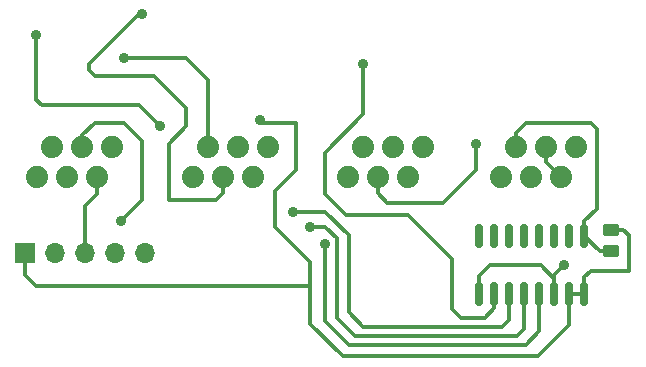
<source format=gtl>
G04 #@! TF.GenerationSoftware,KiCad,Pcbnew,7.0.10-7.0.10~ubuntu22.04.1*
G04 #@! TF.CreationDate,2024-01-29T17:38:46+05:30*
G04 #@! TF.ProjectId,bir-weather-hat,6269722d-7765-4617-9468-65722d686174,rev?*
G04 #@! TF.SameCoordinates,Original*
G04 #@! TF.FileFunction,Copper,L1,Top*
G04 #@! TF.FilePolarity,Positive*
%FSLAX46Y46*%
G04 Gerber Fmt 4.6, Leading zero omitted, Abs format (unit mm)*
G04 Created by KiCad (PCBNEW 7.0.10-7.0.10~ubuntu22.04.1) date 2024-01-29 17:38:46*
%MOMM*%
%LPD*%
G01*
G04 APERTURE LIST*
G04 Aperture macros list*
%AMRoundRect*
0 Rectangle with rounded corners*
0 $1 Rounding radius*
0 $2 $3 $4 $5 $6 $7 $8 $9 X,Y pos of 4 corners*
0 Add a 4 corners polygon primitive as box body*
4,1,4,$2,$3,$4,$5,$6,$7,$8,$9,$2,$3,0*
0 Add four circle primitives for the rounded corners*
1,1,$1+$1,$2,$3*
1,1,$1+$1,$4,$5*
1,1,$1+$1,$6,$7*
1,1,$1+$1,$8,$9*
0 Add four rect primitives between the rounded corners*
20,1,$1+$1,$2,$3,$4,$5,0*
20,1,$1+$1,$4,$5,$6,$7,0*
20,1,$1+$1,$6,$7,$8,$9,0*
20,1,$1+$1,$8,$9,$2,$3,0*%
G04 Aperture macros list end*
G04 #@! TA.AperFunction,ComponentPad*
%ADD10R,1.700000X1.700000*%
G04 #@! TD*
G04 #@! TA.AperFunction,ComponentPad*
%ADD11O,1.700000X1.700000*%
G04 #@! TD*
G04 #@! TA.AperFunction,ComponentPad*
%ADD12C,1.879600*%
G04 #@! TD*
G04 #@! TA.AperFunction,SMDPad,CuDef*
%ADD13RoundRect,0.150000X-0.150000X0.825000X-0.150000X-0.825000X0.150000X-0.825000X0.150000X0.825000X0*%
G04 #@! TD*
G04 #@! TA.AperFunction,SMDPad,CuDef*
%ADD14RoundRect,0.250000X-0.450000X0.262500X-0.450000X-0.262500X0.450000X-0.262500X0.450000X0.262500X0*%
G04 #@! TD*
G04 #@! TA.AperFunction,ViaPad*
%ADD15C,0.900000*%
G04 #@! TD*
G04 #@! TA.AperFunction,Conductor*
%ADD16C,0.300000*%
G04 #@! TD*
G04 APERTURE END LIST*
D10*
X108630000Y-64500000D03*
D11*
X111170000Y-64500000D03*
X113710000Y-64500000D03*
X116250000Y-64500000D03*
X118790000Y-64500000D03*
D12*
X142250000Y-55500000D03*
X140980000Y-58040000D03*
X139710000Y-55500000D03*
X138440000Y-58040000D03*
X137170000Y-55500000D03*
X135900000Y-58040000D03*
X155250000Y-55510000D03*
X153980000Y-58050000D03*
X152710000Y-55510000D03*
X151440000Y-58050000D03*
X150170000Y-55510000D03*
X148900000Y-58050000D03*
X129130000Y-55510000D03*
X127860000Y-58050000D03*
X126590000Y-55510000D03*
X125320000Y-58050000D03*
X124050000Y-55510000D03*
X122780000Y-58050000D03*
X109650000Y-58040000D03*
X110920000Y-55500000D03*
X112190000Y-58040000D03*
X113460000Y-55500000D03*
X114730000Y-58040000D03*
X116000000Y-55500000D03*
D13*
X155945000Y-67975000D03*
X154675000Y-67975000D03*
X153405000Y-67975000D03*
X152135000Y-67975000D03*
X150865000Y-67975000D03*
X149595000Y-67975000D03*
X148325000Y-67975000D03*
X147055000Y-67975000D03*
X147055000Y-63025000D03*
X148325000Y-63025000D03*
X149595000Y-63025000D03*
X150865000Y-63025000D03*
X152135000Y-63025000D03*
X153405000Y-63025000D03*
X154675000Y-63025000D03*
X155945000Y-63025000D03*
D14*
X158250000Y-62500000D03*
X158250000Y-64325000D03*
D15*
X118500000Y-44250000D03*
X117000000Y-48000000D03*
X120000000Y-53750000D03*
X109500000Y-46000000D03*
X146750000Y-55250000D03*
X131250000Y-61000000D03*
X132750000Y-62250000D03*
X134000000Y-63750000D03*
X137250000Y-48500000D03*
X154250000Y-65500000D03*
X116750000Y-61750000D03*
X128500000Y-53250000D03*
D16*
X122250000Y-48000000D02*
X124050000Y-49800000D01*
X124050000Y-49800000D02*
X124050000Y-55510000D01*
X117000000Y-48000000D02*
X122250000Y-48000000D01*
X125320000Y-58050000D02*
X125320000Y-59430000D01*
X125320000Y-59430000D02*
X124750000Y-60000000D01*
X124750000Y-60000000D02*
X120750000Y-60000000D01*
X120750000Y-60000000D02*
X120750000Y-55250000D01*
X114500000Y-49500000D02*
X114000000Y-49000000D01*
X120750000Y-55250000D02*
X122250000Y-53750000D01*
X122250000Y-53750000D02*
X122250000Y-52250000D01*
X122250000Y-52250000D02*
X119500000Y-49500000D01*
X119500000Y-49500000D02*
X114500000Y-49500000D01*
X114000000Y-49000000D02*
X114000000Y-48500000D01*
X114000000Y-48500000D02*
X118250000Y-44250000D01*
X118250000Y-44250000D02*
X118500000Y-44250000D01*
X120000000Y-53750000D02*
X118250000Y-52000000D01*
X118250000Y-52000000D02*
X110000000Y-52000000D01*
X110000000Y-52000000D02*
X109500000Y-51500000D01*
X109500000Y-51500000D02*
X109500000Y-46000000D01*
X108630000Y-66380000D02*
X109500000Y-67250000D01*
X108630000Y-64500000D02*
X108630000Y-66380000D01*
X132750000Y-70500000D02*
X132750000Y-67250000D01*
X132750000Y-67250000D02*
X132750000Y-65250000D01*
X109500000Y-67250000D02*
X132750000Y-67250000D01*
X154675000Y-67975000D02*
X154675000Y-70575000D01*
X129750000Y-62250000D02*
X129750000Y-59250000D01*
X154675000Y-70575000D02*
X152000000Y-73250000D01*
X152000000Y-73250000D02*
X135500000Y-73250000D01*
X135500000Y-73250000D02*
X132750000Y-70500000D01*
X129750000Y-59250000D02*
X131500000Y-57500000D01*
X131500000Y-53500000D02*
X128750000Y-53500000D01*
X132750000Y-65250000D02*
X129750000Y-62250000D01*
X131500000Y-57500000D02*
X131500000Y-53500000D01*
X128750000Y-53500000D02*
X128500000Y-53250000D01*
X146750000Y-57500000D02*
X146750000Y-55250000D01*
X146687500Y-57562500D02*
X146750000Y-57500000D01*
X138440000Y-58040000D02*
X138440000Y-59440000D01*
X138440000Y-59440000D02*
X139250000Y-60250000D01*
X139250000Y-60250000D02*
X144000000Y-60250000D01*
X144000000Y-60250000D02*
X146687500Y-57562500D01*
X131250000Y-61000000D02*
X134000000Y-61000000D01*
X134000000Y-61000000D02*
X136000000Y-63000000D01*
X136000000Y-63000000D02*
X136000000Y-69500000D01*
X136000000Y-69500000D02*
X137250000Y-70750000D01*
X149595000Y-70155000D02*
X149595000Y-67975000D01*
X137250000Y-70750000D02*
X149000000Y-70750000D01*
X149000000Y-70750000D02*
X149595000Y-70155000D01*
X132750000Y-62250000D02*
X134000000Y-62250000D01*
X136500000Y-71500000D02*
X150250000Y-71500000D01*
X134000000Y-62250000D02*
X135000000Y-63250000D01*
X150250000Y-71500000D02*
X150865000Y-70885000D01*
X135000000Y-63250000D02*
X135000000Y-70000000D01*
X135000000Y-70000000D02*
X136500000Y-71500000D01*
X150865000Y-70885000D02*
X150865000Y-67975000D01*
X136000000Y-72250000D02*
X151000000Y-72250000D01*
X134000000Y-63750000D02*
X134000000Y-70250000D01*
X134000000Y-70250000D02*
X136000000Y-72250000D01*
X151000000Y-72250000D02*
X152135000Y-71115000D01*
X152135000Y-71115000D02*
X152135000Y-67975000D01*
X137250000Y-48500000D02*
X137250000Y-52750000D01*
X135750000Y-61250000D02*
X141000000Y-61250000D01*
X148325000Y-69175000D02*
X148325000Y-67975000D01*
X137250000Y-52750000D02*
X134000000Y-56000000D01*
X134000000Y-56000000D02*
X134000000Y-59500000D01*
X134000000Y-59500000D02*
X135750000Y-61250000D01*
X141000000Y-61250000D02*
X144750000Y-65000000D01*
X144750000Y-65000000D02*
X144750000Y-69250000D01*
X144750000Y-69250000D02*
X145500000Y-70000000D01*
X145500000Y-70000000D02*
X147500000Y-70000000D01*
X147500000Y-70000000D02*
X148325000Y-69175000D01*
X150750000Y-68090000D02*
X150865000Y-67975000D01*
X155945000Y-67975000D02*
X155945000Y-66555000D01*
X155945000Y-66555000D02*
X156500000Y-66000000D01*
X159750000Y-63000000D02*
X159250000Y-62500000D01*
X159250000Y-62500000D02*
X158250000Y-62500000D01*
X156500000Y-66000000D02*
X159750000Y-66000000D01*
X159750000Y-66000000D02*
X159750000Y-63000000D01*
X154675000Y-67975000D02*
X155945000Y-67975000D01*
X157245000Y-64325000D02*
X155945000Y-63025000D01*
X158250000Y-64325000D02*
X157245000Y-64325000D01*
X150170000Y-55510000D02*
X150170000Y-54330000D01*
X150170000Y-54330000D02*
X151000000Y-53500000D01*
X151000000Y-53500000D02*
X156500000Y-53500000D01*
X156500000Y-53500000D02*
X157000000Y-54000000D01*
X157000000Y-54000000D02*
X157000000Y-60750000D01*
X157000000Y-60750000D02*
X155945000Y-61805000D01*
X155945000Y-61805000D02*
X155945000Y-63025000D01*
X153405000Y-66345000D02*
X154250000Y-65500000D01*
X153405000Y-66655000D02*
X153405000Y-66345000D01*
X147055000Y-67975000D02*
X147055000Y-66445000D01*
X147055000Y-66445000D02*
X148000000Y-65500000D01*
X148000000Y-65500000D02*
X152250000Y-65500000D01*
X152250000Y-65500000D02*
X153405000Y-66655000D01*
X153405000Y-66655000D02*
X153405000Y-67975000D01*
X153980000Y-58050000D02*
X152710000Y-56780000D01*
X152710000Y-56780000D02*
X152710000Y-55510000D01*
X116750000Y-61750000D02*
X118500000Y-60000000D01*
X118500000Y-60000000D02*
X118500000Y-55000000D01*
X118500000Y-55000000D02*
X117000000Y-53500000D01*
X117000000Y-53500000D02*
X114500000Y-53500000D01*
X114500000Y-53500000D02*
X113460000Y-54540000D01*
X113460000Y-54540000D02*
X113460000Y-55500000D01*
X113710000Y-64500000D02*
X113710000Y-60540000D01*
X113710000Y-60540000D02*
X114730000Y-59520000D01*
X114730000Y-59520000D02*
X114730000Y-58040000D01*
M02*

</source>
